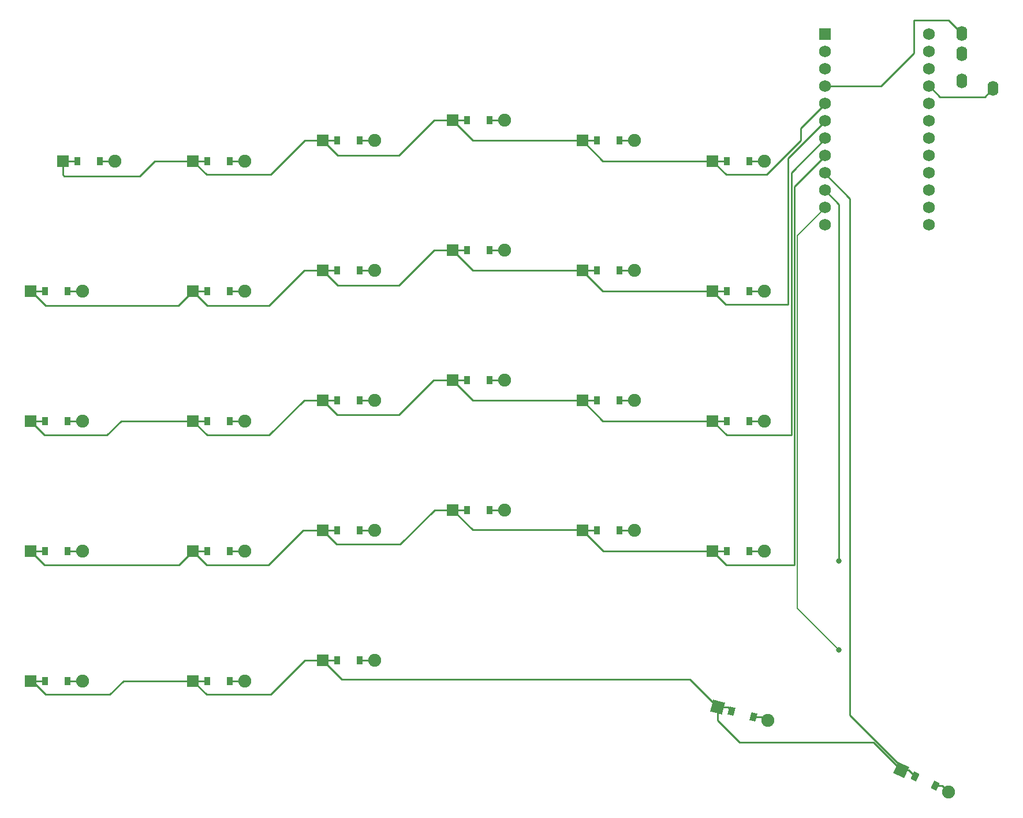
<source format=gbr>
%TF.GenerationSoftware,KiCad,Pcbnew,7.0.2-6a45011f42~172~ubuntu22.04.1*%
%TF.CreationDate,2023-05-03T20:51:48-04:00*%
%TF.ProjectId,left,6c656674-2e6b-4696-9361-645f70636258,v1.0.0*%
%TF.SameCoordinates,Original*%
%TF.FileFunction,Copper,L1,Top*%
%TF.FilePolarity,Positive*%
%FSLAX46Y46*%
G04 Gerber Fmt 4.6, Leading zero omitted, Abs format (unit mm)*
G04 Created by KiCad (PCBNEW 7.0.2-6a45011f42~172~ubuntu22.04.1) date 2023-05-03 20:51:48*
%MOMM*%
%LPD*%
G01*
G04 APERTURE LIST*
G04 Aperture macros list*
%AMRotRect*
0 Rectangle, with rotation*
0 The origin of the aperture is its center*
0 $1 length*
0 $2 width*
0 $3 Rotation angle, in degrees counterclockwise*
0 Add horizontal line*
21,1,$1,$2,0,0,$3*%
G04 Aperture macros list end*
%TA.AperFunction,SMDPad,CuDef*%
%ADD10RotRect,0.900000X1.200000X335.000000*%
%TD*%
%TA.AperFunction,ComponentPad*%
%ADD11RotRect,1.778000X1.778000X335.000000*%
%TD*%
%TA.AperFunction,ComponentPad*%
%ADD12C,1.905000*%
%TD*%
%TA.AperFunction,SMDPad,CuDef*%
%ADD13R,0.900000X1.200000*%
%TD*%
%TA.AperFunction,ComponentPad*%
%ADD14R,1.778000X1.778000*%
%TD*%
%TA.AperFunction,SMDPad,CuDef*%
%ADD15RotRect,0.900000X1.200000X345.000000*%
%TD*%
%TA.AperFunction,ComponentPad*%
%ADD16RotRect,1.778000X1.778000X345.000000*%
%TD*%
%TA.AperFunction,ComponentPad*%
%ADD17C,1.752600*%
%TD*%
%TA.AperFunction,ComponentPad*%
%ADD18R,1.752600X1.752600*%
%TD*%
%TA.AperFunction,ComponentPad*%
%ADD19O,1.600000X2.200000*%
%TD*%
%TA.AperFunction,ViaPad*%
%ADD20C,0.800000*%
%TD*%
%TA.AperFunction,Conductor*%
%ADD21C,0.250000*%
%TD*%
%TA.AperFunction,Conductor*%
%ADD22C,0.200000*%
%TD*%
G04 APERTURE END LIST*
D10*
%TO.P,D29,1*%
%TO.N,P15*%
X171128540Y-145181754D03*
%TO.P,D29,2*%
%TO.N,mod_meta*%
X174119356Y-146576394D03*
D11*
%TO.P,D29,1*%
%TO.N,P15*%
X169170915Y-144268898D03*
D12*
%TO.P,D29,2*%
%TO.N,mod_meta*%
X176076981Y-147489250D03*
%TD*%
D13*
%TO.P,D1,1*%
%TO.N,P15*%
X43587500Y-131200000D03*
%TO.P,D1,2*%
%TO.N,zero_meta*%
X46887500Y-131200000D03*
D14*
%TO.P,D1,1*%
%TO.N,P15*%
X41427500Y-131200000D03*
D12*
%TO.P,D1,2*%
%TO.N,zero_meta*%
X49047500Y-131200000D03*
%TD*%
D13*
%TO.P,D2,1*%
%TO.N,P18*%
X43587500Y-112150000D03*
%TO.P,D2,2*%
%TO.N,zero_bottom*%
X46887500Y-112150000D03*
D14*
%TO.P,D2,1*%
%TO.N,P18*%
X41427500Y-112150000D03*
D12*
%TO.P,D2,2*%
%TO.N,zero_bottom*%
X49047500Y-112150000D03*
%TD*%
D13*
%TO.P,D3,1*%
%TO.N,P19*%
X43587500Y-93100000D03*
%TO.P,D3,2*%
%TO.N,zero_home*%
X46887500Y-93100000D03*
D14*
%TO.P,D3,1*%
%TO.N,P19*%
X41427500Y-93100000D03*
D12*
%TO.P,D3,2*%
%TO.N,zero_home*%
X49047500Y-93100000D03*
%TD*%
D13*
%TO.P,D4,1*%
%TO.N,P20*%
X43587500Y-74050000D03*
%TO.P,D4,2*%
%TO.N,zero_top*%
X46887500Y-74050000D03*
D14*
%TO.P,D4,1*%
%TO.N,P20*%
X41427500Y-74050000D03*
D12*
%TO.P,D4,2*%
%TO.N,zero_top*%
X49047500Y-74050000D03*
%TD*%
D13*
%TO.P,D5,1*%
%TO.N,P21*%
X48350000Y-55000000D03*
%TO.P,D5,2*%
%TO.N,zero_number*%
X51650000Y-55000000D03*
D14*
%TO.P,D5,1*%
%TO.N,P21*%
X46190000Y-55000000D03*
D12*
%TO.P,D5,2*%
%TO.N,zero_number*%
X53810000Y-55000000D03*
%TD*%
D13*
%TO.P,D6,1*%
%TO.N,P15*%
X67400000Y-131200000D03*
%TO.P,D6,2*%
%TO.N,one_meta*%
X70700000Y-131200000D03*
D14*
%TO.P,D6,1*%
%TO.N,P15*%
X65240000Y-131200000D03*
D12*
%TO.P,D6,2*%
%TO.N,one_meta*%
X72860000Y-131200000D03*
%TD*%
D13*
%TO.P,D7,1*%
%TO.N,P18*%
X67400000Y-112150000D03*
%TO.P,D7,2*%
%TO.N,one_bottom*%
X70700000Y-112150000D03*
D14*
%TO.P,D7,1*%
%TO.N,P18*%
X65240000Y-112150000D03*
D12*
%TO.P,D7,2*%
%TO.N,one_bottom*%
X72860000Y-112150000D03*
%TD*%
D13*
%TO.P,D8,1*%
%TO.N,P19*%
X67400000Y-93100000D03*
%TO.P,D8,2*%
%TO.N,one_home*%
X70700000Y-93100000D03*
D14*
%TO.P,D8,1*%
%TO.N,P19*%
X65240000Y-93100000D03*
D12*
%TO.P,D8,2*%
%TO.N,one_home*%
X72860000Y-93100000D03*
%TD*%
D13*
%TO.P,D9,1*%
%TO.N,P20*%
X67400000Y-74050000D03*
%TO.P,D9,2*%
%TO.N,one_top*%
X70700000Y-74050000D03*
D14*
%TO.P,D9,1*%
%TO.N,P20*%
X65240000Y-74050000D03*
D12*
%TO.P,D9,2*%
%TO.N,one_top*%
X72860000Y-74050000D03*
%TD*%
D13*
%TO.P,D10,1*%
%TO.N,P21*%
X67400000Y-55000000D03*
%TO.P,D10,2*%
%TO.N,one_number*%
X70700000Y-55000000D03*
D14*
%TO.P,D10,1*%
%TO.N,P21*%
X65240000Y-55000000D03*
D12*
%TO.P,D10,2*%
%TO.N,one_number*%
X72860000Y-55000000D03*
%TD*%
D13*
%TO.P,D11,1*%
%TO.N,P15*%
X86450000Y-128200000D03*
%TO.P,D11,2*%
%TO.N,two_meta*%
X89750000Y-128200000D03*
D14*
%TO.P,D11,1*%
%TO.N,P15*%
X84290000Y-128200000D03*
D12*
%TO.P,D11,2*%
%TO.N,two_meta*%
X91910000Y-128200000D03*
%TD*%
D13*
%TO.P,D12,1*%
%TO.N,P18*%
X86450000Y-109150000D03*
%TO.P,D12,2*%
%TO.N,two_bottom*%
X89750000Y-109150000D03*
D14*
%TO.P,D12,1*%
%TO.N,P18*%
X84290000Y-109150000D03*
D12*
%TO.P,D12,2*%
%TO.N,two_bottom*%
X91910000Y-109150000D03*
%TD*%
D13*
%TO.P,D13,1*%
%TO.N,P19*%
X86450000Y-90100000D03*
%TO.P,D13,2*%
%TO.N,two_home*%
X89750000Y-90100000D03*
D14*
%TO.P,D13,1*%
%TO.N,P19*%
X84290000Y-90100000D03*
D12*
%TO.P,D13,2*%
%TO.N,two_home*%
X91910000Y-90100000D03*
%TD*%
D13*
%TO.P,D14,1*%
%TO.N,P20*%
X86450000Y-71050000D03*
%TO.P,D14,2*%
%TO.N,two_top*%
X89750000Y-71050000D03*
D14*
%TO.P,D14,1*%
%TO.N,P20*%
X84290000Y-71050000D03*
D12*
%TO.P,D14,2*%
%TO.N,two_top*%
X91910000Y-71050000D03*
%TD*%
D13*
%TO.P,D15,1*%
%TO.N,P21*%
X86450000Y-52000000D03*
%TO.P,D15,2*%
%TO.N,two_number*%
X89750000Y-52000000D03*
D14*
%TO.P,D15,1*%
%TO.N,P21*%
X84290000Y-52000000D03*
D12*
%TO.P,D15,2*%
%TO.N,two_number*%
X91910000Y-52000000D03*
%TD*%
D13*
%TO.P,D16,1*%
%TO.N,P18*%
X105500000Y-106150000D03*
%TO.P,D16,2*%
%TO.N,three_bottom*%
X108800000Y-106150000D03*
D14*
%TO.P,D16,1*%
%TO.N,P18*%
X103340000Y-106150000D03*
D12*
%TO.P,D16,2*%
%TO.N,three_bottom*%
X110960000Y-106150000D03*
%TD*%
D13*
%TO.P,D17,1*%
%TO.N,P19*%
X105500000Y-87100000D03*
%TO.P,D17,2*%
%TO.N,three_home*%
X108800000Y-87100000D03*
D14*
%TO.P,D17,1*%
%TO.N,P19*%
X103340000Y-87100000D03*
D12*
%TO.P,D17,2*%
%TO.N,three_home*%
X110960000Y-87100000D03*
%TD*%
D13*
%TO.P,D18,1*%
%TO.N,P20*%
X105500000Y-68050000D03*
%TO.P,D18,2*%
%TO.N,three_top*%
X108800000Y-68050000D03*
D14*
%TO.P,D18,1*%
%TO.N,P20*%
X103340000Y-68050000D03*
D12*
%TO.P,D18,2*%
%TO.N,three_top*%
X110960000Y-68050000D03*
%TD*%
D13*
%TO.P,D19,1*%
%TO.N,P21*%
X105500000Y-49000000D03*
%TO.P,D19,2*%
%TO.N,three_number*%
X108800000Y-49000000D03*
D14*
%TO.P,D19,1*%
%TO.N,P21*%
X103340000Y-49000000D03*
D12*
%TO.P,D19,2*%
%TO.N,three_number*%
X110960000Y-49000000D03*
%TD*%
D13*
%TO.P,D20,1*%
%TO.N,P18*%
X124550000Y-109150000D03*
%TO.P,D20,2*%
%TO.N,four_bottom*%
X127850000Y-109150000D03*
D14*
%TO.P,D20,1*%
%TO.N,P18*%
X122390000Y-109150000D03*
D12*
%TO.P,D20,2*%
%TO.N,four_bottom*%
X130010000Y-109150000D03*
%TD*%
D13*
%TO.P,D21,1*%
%TO.N,P19*%
X124550000Y-90100000D03*
%TO.P,D21,2*%
%TO.N,four_home*%
X127850000Y-90100000D03*
D14*
%TO.P,D21,1*%
%TO.N,P19*%
X122390000Y-90100000D03*
D12*
%TO.P,D21,2*%
%TO.N,four_home*%
X130010000Y-90100000D03*
%TD*%
%TO.P,D22,2*%
%TO.N,four_top*%
X130010000Y-71050000D03*
D14*
%TO.P,D22,1*%
%TO.N,P20*%
X122390000Y-71050000D03*
D13*
%TO.P,D22,2*%
%TO.N,four_top*%
X127850000Y-71050000D03*
%TO.P,D22,1*%
%TO.N,P20*%
X124550000Y-71050000D03*
%TD*%
%TO.P,D23,1*%
%TO.N,P21*%
X124550000Y-52000000D03*
%TO.P,D23,2*%
%TO.N,four_number*%
X127850000Y-52000000D03*
D14*
%TO.P,D23,1*%
%TO.N,P21*%
X122390000Y-52000000D03*
D12*
%TO.P,D23,2*%
%TO.N,four_number*%
X130010000Y-52000000D03*
%TD*%
D13*
%TO.P,D24,1*%
%TO.N,P18*%
X143600000Y-112150000D03*
%TO.P,D24,2*%
%TO.N,five_bottom*%
X146900000Y-112150000D03*
D14*
%TO.P,D24,1*%
%TO.N,P18*%
X141440000Y-112150000D03*
D12*
%TO.P,D24,2*%
%TO.N,five_bottom*%
X149060000Y-112150000D03*
%TD*%
D13*
%TO.P,D25,1*%
%TO.N,P19*%
X143600000Y-93100000D03*
%TO.P,D25,2*%
%TO.N,five_home*%
X146900000Y-93100000D03*
D14*
%TO.P,D25,1*%
%TO.N,P19*%
X141440000Y-93100000D03*
D12*
%TO.P,D25,2*%
%TO.N,five_home*%
X149060000Y-93100000D03*
%TD*%
D13*
%TO.P,D26,1*%
%TO.N,P20*%
X143600000Y-74050000D03*
%TO.P,D26,2*%
%TO.N,five_top*%
X146900000Y-74050000D03*
D14*
%TO.P,D26,1*%
%TO.N,P20*%
X141440000Y-74050000D03*
D12*
%TO.P,D26,2*%
%TO.N,five_top*%
X149060000Y-74050000D03*
%TD*%
D13*
%TO.P,D27,1*%
%TO.N,P21*%
X143600000Y-55000000D03*
%TO.P,D27,2*%
%TO.N,five_number*%
X146900000Y-55000000D03*
D14*
%TO.P,D27,1*%
%TO.N,P21*%
X141440000Y-55000000D03*
D12*
%TO.P,D27,2*%
%TO.N,five_number*%
X149060000Y-55000000D03*
%TD*%
D15*
%TO.P,D28,1*%
%TO.N,P15*%
X144262127Y-135602578D03*
%TO.P,D28,2*%
%TO.N,space_meta*%
X147449683Y-136456680D03*
D16*
%TO.P,D28,1*%
%TO.N,P15*%
X142175728Y-135043528D03*
D12*
%TO.P,D28,2*%
%TO.N,space_meta*%
X149536082Y-137015730D03*
%TD*%
D17*
%TO.P,MCU1,24*%
%TO.N,P9*%
X173185000Y-64370000D03*
%TO.P,MCU1,23*%
%TO.N,P8*%
X173185000Y-61830000D03*
%TO.P,MCU1,22*%
%TO.N,P7*%
X173185000Y-59290000D03*
%TO.P,MCU1,21*%
%TO.N,P6*%
X173185000Y-56750000D03*
%TO.P,MCU1,20*%
%TO.N,P5*%
X173185000Y-54210000D03*
%TO.P,MCU1,19*%
%TO.N,P4*%
X173185000Y-51670000D03*
%TO.P,MCU1,18*%
%TO.N,P3*%
X173185000Y-49130000D03*
%TO.P,MCU1,17*%
%TO.N,P2*%
X173185000Y-46590000D03*
%TO.P,MCU1,16*%
%TO.N,GND*%
X173185000Y-44050000D03*
%TO.P,MCU1,15*%
X173185000Y-41510000D03*
%TO.P,MCU1,14*%
%TO.N,P0*%
X173185000Y-38970000D03*
%TO.P,MCU1,13*%
%TO.N,P1*%
X173185000Y-36430000D03*
%TO.P,MCU1,12*%
%TO.N,P10*%
X157945000Y-64370000D03*
%TO.P,MCU1,11*%
%TO.N,P16*%
X157945000Y-61830000D03*
%TO.P,MCU1,10*%
%TO.N,P14*%
X157945000Y-59290000D03*
%TO.P,MCU1,9*%
%TO.N,P15*%
X157945000Y-56750000D03*
%TO.P,MCU1,8*%
%TO.N,P18*%
X157945000Y-54210000D03*
%TO.P,MCU1,7*%
%TO.N,P19*%
X157945000Y-51670000D03*
%TO.P,MCU1,6*%
%TO.N,P20*%
X157945000Y-49130000D03*
%TO.P,MCU1,5*%
%TO.N,P21*%
X157945000Y-46590000D03*
%TO.P,MCU1,4*%
%TO.N,VCC*%
X157945000Y-44050000D03*
%TO.P,MCU1,3*%
%TO.N,RST*%
X157945000Y-41510000D03*
%TO.P,MCU1,2*%
%TO.N,GND*%
X157945000Y-38970000D03*
D18*
%TO.P,MCU1,1*%
%TO.N,RAW*%
X157945000Y-36430000D03*
%TD*%
D19*
%TO.P,TRRS1,4*%
%TO.N,VCC*%
X178000000Y-36287500D03*
%TO.P,TRRS1,3*%
%TO.N,P2*%
X178000000Y-39287500D03*
%TO.P,TRRS1,2*%
%TO.N,P3*%
X178000000Y-43287500D03*
%TO.P,TRRS1,1*%
%TO.N,GND*%
X182600000Y-44387500D03*
%TD*%
D20*
%TO.N,P14*%
X160000000Y-113600000D03*
%TO.N,P16*%
X160000000Y-126661964D03*
%TD*%
D21*
%TO.N,P15*%
X142175728Y-135043528D02*
X142175728Y-136975728D01*
X142175728Y-136975728D02*
X145400000Y-140200000D01*
X145400000Y-140200000D02*
X165102017Y-140200000D01*
X165102017Y-140200000D02*
X169170915Y-144268898D01*
X168829085Y-143429085D02*
X161600000Y-136200000D01*
X161600000Y-136200000D02*
X161600000Y-60505000D01*
X161600000Y-60505000D02*
X157945000Y-56850000D01*
D22*
%TO.N,P16*%
X160000000Y-126661964D02*
X153890000Y-120551964D01*
X153890000Y-120551964D02*
X153890000Y-65985000D01*
X153890000Y-65985000D02*
X157945000Y-61930000D01*
D21*
%TO.N,P18*%
X141440000Y-112150000D02*
X143490000Y-114200000D01*
X143490000Y-114200000D02*
X153465000Y-114200000D01*
X153465000Y-114200000D02*
X153465000Y-58790000D01*
X153465000Y-58790000D02*
X157945000Y-54310000D01*
%TO.N,P19*%
X141440000Y-93100000D02*
X143540000Y-95200000D01*
X153015000Y-56700000D02*
X157945000Y-51770000D01*
X143540000Y-95200000D02*
X153015000Y-95200000D01*
X153015000Y-95200000D02*
X153015000Y-56700000D01*
%TO.N,P20*%
X141440000Y-74050000D02*
X143390000Y-76000000D01*
X143390000Y-76000000D02*
X152565000Y-76000000D01*
X152565000Y-76000000D02*
X152565000Y-54610000D01*
X152565000Y-54610000D02*
X157945000Y-49230000D01*
%TO.N,P21*%
X141477500Y-55000000D02*
X143477500Y-57000000D01*
X143477500Y-57000000D02*
X149400000Y-57000000D01*
X149400000Y-57000000D02*
X154400000Y-52000000D01*
X154400000Y-52000000D02*
X154400000Y-50235000D01*
X154400000Y-50235000D02*
X157945000Y-46690000D01*
X103340000Y-49000000D02*
X100652500Y-49000000D01*
X100652500Y-49000000D02*
X95452500Y-54200000D01*
X95452500Y-54200000D02*
X86477500Y-54200000D01*
X86477500Y-54200000D02*
X84290000Y-52012500D01*
X65240000Y-55000000D02*
X67240000Y-57000000D01*
X67240000Y-57000000D02*
X76652500Y-57000000D01*
X76652500Y-57000000D02*
X81652500Y-52000000D01*
X81652500Y-52000000D02*
X84290000Y-52000000D01*
X65240000Y-55000000D02*
X59652500Y-55000000D01*
X59652500Y-55000000D02*
X57452500Y-57200000D01*
X57452500Y-57200000D02*
X46380000Y-57200000D01*
X46380000Y-57200000D02*
X46190000Y-57010000D01*
X46190000Y-57010000D02*
X46190000Y-55000000D01*
%TO.N,P20*%
X84327500Y-71050000D02*
X86477500Y-73200000D01*
X86477500Y-73200000D02*
X95452500Y-73200000D01*
X95452500Y-73200000D02*
X100602500Y-68050000D01*
X100602500Y-68050000D02*
X103340000Y-68050000D01*
X65240000Y-74050000D02*
X67390000Y-76200000D01*
X67390000Y-76200000D02*
X76452500Y-76200000D01*
X76452500Y-76200000D02*
X81602500Y-71050000D01*
X81602500Y-71050000D02*
X84290000Y-71050000D01*
X41527500Y-74050000D02*
X43677500Y-76200000D01*
X43677500Y-76200000D02*
X63090000Y-76200000D01*
X63090000Y-76200000D02*
X65240000Y-74050000D01*
%TO.N,P19*%
X103340000Y-87100000D02*
X100552500Y-87100000D01*
X100552500Y-87100000D02*
X95452500Y-92200000D01*
X95452500Y-92200000D02*
X86390000Y-92200000D01*
X86390000Y-92200000D02*
X84290000Y-90100000D01*
X84290000Y-90100000D02*
X81552500Y-90100000D01*
X81552500Y-90100000D02*
X76452500Y-95200000D01*
X67340000Y-95200000D02*
X65240000Y-93100000D01*
X76452500Y-95200000D02*
X67340000Y-95200000D01*
X65240000Y-93100000D02*
X54752500Y-93100000D01*
X54752500Y-93100000D02*
X52652500Y-95200000D01*
X52652500Y-95200000D02*
X43527500Y-95200000D01*
X43527500Y-95200000D02*
X41427500Y-93100000D01*
%TO.N,P18*%
X84290000Y-109150000D02*
X86340000Y-111200000D01*
X86340000Y-111200000D02*
X95652500Y-111200000D01*
X95652500Y-111200000D02*
X100702500Y-106150000D01*
X100702500Y-106150000D02*
X103340000Y-106150000D01*
X65240000Y-112150000D02*
X67290000Y-114200000D01*
X67290000Y-114200000D02*
X76352500Y-114200000D01*
X76352500Y-114200000D02*
X81402500Y-109150000D01*
X81402500Y-109150000D02*
X84290000Y-109150000D01*
%TO.N,P15*%
X84290000Y-128200000D02*
X81652500Y-128200000D01*
X81652500Y-128200000D02*
X76652500Y-133200000D01*
X76652500Y-133200000D02*
X67240000Y-133200000D01*
X67240000Y-133200000D02*
X65240000Y-131200000D01*
%TO.N,P18*%
X41427500Y-112150000D02*
X43477500Y-114200000D01*
X43477500Y-114200000D02*
X63190000Y-114200000D01*
X63190000Y-114200000D02*
X65240000Y-112150000D01*
%TO.N,P15*%
X41565000Y-131087500D02*
X43677500Y-133200000D01*
X43677500Y-133200000D02*
X53052500Y-133200000D01*
X53052500Y-133200000D02*
X55052500Y-131200000D01*
X55052500Y-131200000D02*
X65240000Y-131200000D01*
%TO.N,VCC*%
X178000000Y-36287500D02*
X176112500Y-34400000D01*
X166150000Y-44050000D02*
X157945000Y-44050000D01*
X176112500Y-34400000D02*
X171000000Y-34400000D01*
X171000000Y-34400000D02*
X171000000Y-39200000D01*
X171000000Y-39200000D02*
X166150000Y-44050000D01*
%TO.N,GND*%
X182600000Y-44387500D02*
X181387500Y-45600000D01*
X181387500Y-45600000D02*
X174800000Y-45600000D01*
X174800000Y-45600000D02*
X173250000Y-44050000D01*
%TO.N,two_top*%
X89750000Y-71050000D02*
X91910000Y-71050000D01*
%TO.N,P20*%
X84290000Y-71050000D02*
X86450000Y-71050000D01*
%TO.N,one_top*%
X70700000Y-74050000D02*
X72860000Y-74050000D01*
%TO.N,P20*%
X65240000Y-74050000D02*
X67400000Y-74050000D01*
%TO.N,zero_top*%
X46887500Y-74050000D02*
X49047500Y-74050000D01*
%TO.N,P20*%
X41427500Y-74050000D02*
X43587500Y-74050000D01*
%TO.N,mod_meta*%
X174119356Y-146576394D02*
X175164125Y-146576394D01*
X175164125Y-146576394D02*
X176076981Y-147489250D01*
%TO.N,P14*%
X160000000Y-61345000D02*
X157945000Y-59290000D01*
X160000000Y-113600000D02*
X160000000Y-61345000D01*
%TO.N,P15*%
X84290000Y-128200000D02*
X87090000Y-131000000D01*
X138132200Y-131000000D02*
X142175728Y-135043528D01*
X87090000Y-131000000D02*
X138132200Y-131000000D01*
X169170915Y-144268898D02*
X170215684Y-144268898D01*
X170215684Y-144268898D02*
X171128540Y-145181754D01*
%TO.N,space_meta*%
X147449683Y-136456680D02*
X148977032Y-136456680D01*
%TO.N,P15*%
X142175728Y-135043528D02*
X143703077Y-135043528D01*
X143703077Y-135043528D02*
X144262127Y-135602578D01*
%TO.N,two_meta*%
X89750000Y-128200000D02*
X91910000Y-128200000D01*
%TO.N,P15*%
X86450000Y-128200000D02*
X84290000Y-128200000D01*
%TO.N,one_meta*%
X70700000Y-131200000D02*
X72860000Y-131200000D01*
%TO.N,P15*%
X65240000Y-131200000D02*
X67400000Y-131200000D01*
%TO.N,zero_meta*%
X46887500Y-131200000D02*
X49047500Y-131200000D01*
%TO.N,P15*%
X41427500Y-131200000D02*
X43587500Y-131200000D01*
%TO.N,P18*%
X43587500Y-112150000D02*
X41427500Y-112150000D01*
%TO.N,zero_bottom*%
X46887500Y-112150000D02*
X49047500Y-112150000D01*
%TO.N,P18*%
X65240000Y-112150000D02*
X67400000Y-112150000D01*
%TO.N,one_bottom*%
X70700000Y-112150000D02*
X72860000Y-112150000D01*
%TO.N,P18*%
X86450000Y-109150000D02*
X84290000Y-109150000D01*
%TO.N,two_bottom*%
X89750000Y-109150000D02*
X91910000Y-109150000D01*
%TO.N,three_bottom*%
X108800000Y-106150000D02*
X110960000Y-106150000D01*
%TO.N,P18*%
X103340000Y-106150000D02*
X105500000Y-106150000D01*
X124550000Y-109150000D02*
X122390000Y-109150000D01*
%TO.N,four_bottom*%
X127850000Y-109150000D02*
X130010000Y-109150000D01*
%TO.N,P18*%
X143600000Y-112150000D02*
X141440000Y-112150000D01*
%TO.N,five_bottom*%
X146900000Y-112150000D02*
X149060000Y-112150000D01*
%TO.N,two_home*%
X89750000Y-90100000D02*
X91910000Y-90100000D01*
%TO.N,P19*%
X84290000Y-90100000D02*
X86450000Y-90100000D01*
%TO.N,one_home*%
X70700000Y-93100000D02*
X72860000Y-93100000D01*
%TO.N,P19*%
X65240000Y-93100000D02*
X67400000Y-93100000D01*
%TO.N,zero_home*%
X46887500Y-93100000D02*
X49047500Y-93100000D01*
%TO.N,P19*%
X41427500Y-93100000D02*
X43587500Y-93100000D01*
%TO.N,P21*%
X103340000Y-49000000D02*
X105500000Y-49000000D01*
%TO.N,two_number*%
X89750000Y-52000000D02*
X91910000Y-52000000D01*
%TO.N,P21*%
X84290000Y-52000000D02*
X86450000Y-52000000D01*
%TO.N,one_number*%
X70700000Y-55000000D02*
X72860000Y-55000000D01*
%TO.N,P21*%
X65240000Y-55000000D02*
X67400000Y-55000000D01*
X46190000Y-55000000D02*
X48350000Y-55000000D01*
%TO.N,zero_number*%
X53810000Y-55000000D02*
X51650000Y-55000000D01*
%TO.N,P18*%
X103340000Y-106150000D02*
X106277500Y-109087500D01*
X106277500Y-109087500D02*
X122327500Y-109087500D01*
X122427500Y-109150000D02*
X125427500Y-112150000D01*
X125427500Y-112150000D02*
X141440000Y-112150000D01*
%TO.N,P20*%
X103340000Y-68062500D02*
X106327500Y-71050000D01*
X106327500Y-71050000D02*
X122390000Y-71050000D01*
X122390000Y-71112500D02*
X125327500Y-74050000D01*
X125327500Y-74050000D02*
X141440000Y-74050000D01*
%TO.N,P19*%
X122390000Y-90100000D02*
X125390000Y-93100000D01*
X125390000Y-93100000D02*
X141440000Y-93100000D01*
X103340000Y-87100000D02*
X106340000Y-90100000D01*
X106340000Y-90100000D02*
X122390000Y-90100000D01*
%TO.N,P21*%
X122390000Y-52000000D02*
X125390000Y-55000000D01*
X125390000Y-55000000D02*
X141440000Y-55000000D01*
X103340000Y-49000000D02*
X106340000Y-52000000D01*
X106340000Y-52000000D02*
X122390000Y-52000000D01*
%TO.N,three_number*%
X110960000Y-49000000D02*
X108800000Y-49000000D01*
%TO.N,P21*%
X124550000Y-52000000D02*
X122390000Y-52000000D01*
%TO.N,four_number*%
X130010000Y-52000000D02*
X127850000Y-52000000D01*
%TO.N,P21*%
X143600000Y-55000000D02*
X141440000Y-55000000D01*
%TO.N,five_number*%
X149060000Y-55000000D02*
X146900000Y-55000000D01*
%TO.N,P20*%
X105500000Y-68050000D02*
X103340000Y-68050000D01*
%TO.N,three_top*%
X110960000Y-68050000D02*
X108800000Y-68050000D01*
%TO.N,P20*%
X124550000Y-71050000D02*
X122390000Y-71050000D01*
%TO.N,four_top*%
X130010000Y-71050000D02*
X127850000Y-71050000D01*
%TO.N,P20*%
X143600000Y-74050000D02*
X141440000Y-74050000D01*
%TO.N,five_top*%
X149060000Y-74050000D02*
X146900000Y-74050000D01*
%TO.N,P19*%
X105500000Y-87100000D02*
X103340000Y-87100000D01*
%TO.N,three_home*%
X110960000Y-87100000D02*
X108800000Y-87100000D01*
%TO.N,P19*%
X124550000Y-90100000D02*
X122390000Y-90100000D01*
%TO.N,four_home*%
X130010000Y-90100000D02*
X127850000Y-90100000D01*
%TO.N,P19*%
X143600000Y-93100000D02*
X141440000Y-93100000D01*
%TO.N,five_home*%
X149060000Y-93100000D02*
X146900000Y-93100000D01*
%TD*%
M02*

</source>
